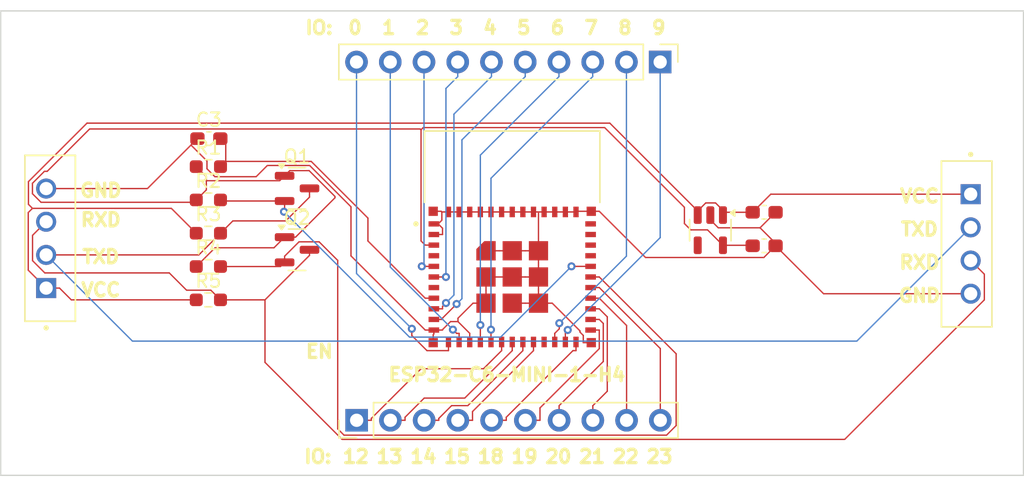
<source format=kicad_pcb>
(kicad_pcb (version 20240108) (generator "pcbnew") (generator_version "8.0")
  (layers (0 "F.Cu" signal) (31 "B.Cu" signal) (34 "B.Paste" user) (35 "F.Paste" user) (36 "B.SilkS" user "B.Silkscreen") (37 "F.SilkS" user "F.Silkscreen") (38 "B.Mask" user) (39 "F.Mask" user) (44 "Edge.Cuts" user))
  (net 0 "")
  (net 1 "3V3")
  (net 2 "Vcc")
  (net 4 "GND")
  (net 5 "Net-(J5-Pin_2)")
  (net 6 "Net-(J5-Pin_10)")
  (net 7 "Net-(J5-Pin_9)")
  (net 8 "Net-(J5-Pin_1)")
  (net 9 "Net-(J5-Pin_5)")
  (net 10 "Net-(J5-Pin_6)")
  (net 11 "Net-(J5-Pin_8)")
  (net 12 "Net-(J5-Pin_7)")
  (net 13 "Net-(J5-Pin_4)")
  (net 14 "Net-(J5-Pin_3)")
  (net 15 "Net-(J6-Pin_4)")
  (net 16 "Net-(J6-Pin_3)")
  (net 17 "Net-(J6-Pin_5)")
  (net 18 "Net-(J6-Pin_6)")
  (net 19 "Net-(J6-Pin_9)")
  (net 20 "Net-(J6-Pin_1)")
  (net 21 "Net-(J6-Pin_10)")
  (net 22 "Net-(J6-Pin_8)")
  (net 23 "Net-(J6-Pin_7)")
  (net 24 "Net-(J6-Pin_2)")
  (net 29 "H_TXD")
  (net 32 "H_RXD")
  (net 34 "L_TXD")
  (net 35 "L_RXD")
  (net 36 "Net-(U1-EN)")
  (footprint "Connector_PinHeader_2.54mm:PinHeader_1x10_P2.54mm_Vertical" (layer "F.Cu") (at 150.075 108.725 -90)
    (property "Reference" "J5" (hide yes))
    (property "Value" "Conn_01x10")
    (pad "1" thru_hole rect (at 0 0 270) (size 1.7 1.7) (drill 1) (layers "*.Cu" "*.Mask") (net 8 "Net-(J5-Pin_1)"))
    (pad "2" thru_hole oval (at 0 2.54 270) (size 1.7 1.7) (drill 1) (layers "*.Cu" "*.Mask") (net 5 "Net-(J5-Pin_2)"))
    (pad "3" thru_hole oval (at 0 5.08 270) (size 1.7 1.7) (drill 1) (layers "*.Cu" "*.Mask") (net 14 "Net-(J5-Pin_3)"))
    (pad "4" thru_hole oval (at 0 7.62 270) (size 1.7 1.7) (drill 1) (layers "*.Cu" "*.Mask") (net 13 "Net-(J5-Pin_4)"))
    (pad "5" thru_hole oval (at 0 10.16 270) (size 1.7 1.7) (drill 1) (layers "*.Cu" "*.Mask") (net 9 "Net-(J5-Pin_5)"))
    (pad "6" thru_hole oval (at 0 12.7 270) (size 1.7 1.7) (drill 1) (layers "*.Cu" "*.Mask") (net 10 "Net-(J5-Pin_6)"))
    (pad "7" thru_hole oval (at 0 15.24 270) (size 1.7 1.7) (drill 1) (layers "*.Cu" "*.Mask") (net 12 "Net-(J5-Pin_7)"))
    (pad "8" thru_hole oval (at 0 17.78 270) (size 1.7 1.7) (drill 1) (layers "*.Cu" "*.Mask") (net 11 "Net-(J5-Pin_8)"))
    (pad "9" thru_hole oval (at 0 20.32 270) (size 1.7 1.7) (drill 1) (layers "*.Cu" "*.Mask") (net 7 "Net-(J5-Pin_9)"))
    (pad "10" thru_hole oval (at 0 22.86 270) (size 1.7 1.7) (drill 1) (layers "*.Cu" "*.Mask") (net 6 "Net-(J5-Pin_10)"))
  )
  (footprint "Connector_PinHeader_2.54mm:PinHeader_1x10_P2.54mm_Vertical" (layer "F.Cu") (at 127.225 135.725 90)
    (property "Reference" "J6" (hide yes))
    (property "Value" "Conn_01x10")
    (pad "1" thru_hole rect (at 0 0 90) (size 1.7 1.7) (drill 1) (layers "*.Cu" "*.Mask") (net 20 "Net-(J6-Pin_1)"))
    (pad "2" thru_hole oval (at 0 2.54 90) (size 1.7 1.7) (drill 1) (layers "*.Cu" "*.Mask") (net 24 "Net-(J6-Pin_2)"))
    (pad "3" thru_hole oval (at 0 5.08 90) (size 1.7 1.7) (drill 1) (layers "*.Cu" "*.Mask") (net 16 "Net-(J6-Pin_3)"))
    (pad "4" thru_hole oval (at 0 7.62 90) (size 1.7 1.7) (drill 1) (layers "*.Cu" "*.Mask") (net 15 "Net-(J6-Pin_4)"))
    (pad "5" thru_hole oval (at 0 10.16 90) (size 1.7 1.7) (drill 1) (layers "*.Cu" "*.Mask") (net 17 "Net-(J6-Pin_5)"))
    (pad "6" thru_hole oval (at 0 12.7 90) (size 1.7 1.7) (drill 1) (layers "*.Cu" "*.Mask") (net 18 "Net-(J6-Pin_6)"))
    (pad "7" thru_hole oval (at 0 15.24 90) (size 1.7 1.7) (drill 1) (layers "*.Cu" "*.Mask") (net 23 "Net-(J6-Pin_7)"))
    (pad "8" thru_hole oval (at 0 17.78 90) (size 1.7 1.7) (drill 1) (layers "*.Cu" "*.Mask") (net 22 "Net-(J6-Pin_8)"))
    (pad "9" thru_hole oval (at 0 20.32 90) (size 1.7 1.7) (drill 1) (layers "*.Cu" "*.Mask") (net 19 "Net-(J6-Pin_9)"))
    (pad "10" thru_hole oval (at 0 22.86 90) (size 1.7 1.7) (drill 1) (layers "*.Cu" "*.Mask") (net 21 "Net-(J6-Pin_10)"))
  )
  (footprint "Resistor_SMD:R_0603_1608Metric_Pad0.98x0.95mm_HandSolder" (layer "F.Cu") (at 116.0625 119.12)
    (property "Reference" "R2" (at 0 -1.43 0) (layer "F.SilkS"))
    (property "Value" "10k")
    (pad "1" smd roundrect (at -0.9125 0) (size 0.975 0.95) (layers "F.Cu" "F.Paste" "F.Mask") (net 1 "3V3"))
    (pad "2" smd roundrect (at 0.9125 0) (size 0.975 0.95) (layers "F.Cu" "F.Paste" "F.Mask") (net 34 "L_TXD"))
  )
  (footprint "Capacitor_SMD:C_0603_1608Metric_Pad1.08x0.95mm_HandSolder" (layer "F.Cu") (at 157.9 122.575)
    (property "Reference" "C2" (hide yes))
    (property "Value" "1µF")
    (pad "1" smd roundrect (at -0.8625 0) (size 1.075 0.95) (layers "F.Cu" "F.Paste" "F.Mask") (net 1 "3V3"))
    (pad "2" smd roundrect (at 0.8625 0) (size 1.075 0.95) (layers "F.Cu" "F.Paste" "F.Mask") (net 4 "GND"))
  )
  (footprint "Resistor_SMD:R_0603_1608Metric_Pad0.98x0.95mm_HandSolder" (layer "F.Cu") (at 116.0625 121.63)
    (property "Reference" "R3" (at 0 -1.43 0) (layer "F.SilkS"))
    (property "Value" "10k")
    (pad "1" smd roundrect (at -0.9125 0) (size 0.975 0.95) (layers "F.Cu" "F.Paste" "F.Mask") (net 2 "Vcc"))
    (pad "2" smd roundrect (at 0.9125 0) (size 0.975 0.95) (layers "F.Cu" "F.Paste" "F.Mask") (net 29 "H_TXD"))
  )
  (footprint "Resistor_SMD:R_0603_1608Metric_Pad0.98x0.95mm_HandSolder" (layer "F.Cu") (at 116.0625 126.65)
    (property "Reference" "R5" (at 0 -1.43 0) (layer "F.SilkS"))
    (property "Value" "10k")
    (pad "1" smd roundrect (at -0.9125 0) (size 0.975 0.95) (layers "F.Cu" "F.Paste" "F.Mask") (net 2 "Vcc"))
    (pad "2" smd roundrect (at 0.9125 0) (size 0.975 0.95) (layers "F.Cu" "F.Paste" "F.Mask") (net 32 "H_RXD"))
  )
  (footprint "Capacitor_SMD:C_0603_1608Metric_Pad1.08x0.95mm_HandSolder" (layer "F.Cu") (at 157.9 120.05)
    (property "Reference" "C1" (hide yes))
    (property "Value" "1µF")
    (pad "1" smd roundrect (at -0.8625 0) (size 1.075 0.95) (layers "F.Cu" "F.Paste" "F.Mask") (net 2 "Vcc"))
    (pad "2" smd roundrect (at 0.8625 0) (size 1.075 0.95) (layers "F.Cu" "F.Paste" "F.Mask") (net 4 "GND"))
  )
  (footprint "Resistor_SMD:R_0603_1608Metric_Pad0.98x0.95mm_HandSolder" (layer "F.Cu") (at 116.0625 124.14)
    (property "Reference" "R4" (at 0 -1.43 0) (layer "F.SilkS"))
    (property "Value" "10k")
    (pad "1" smd roundrect (at -0.9125 0) (size 0.975 0.95) (layers "F.Cu" "F.Paste" "F.Mask") (net 1 "3V3"))
    (pad "2" smd roundrect (at 0.9125 0) (size 0.975 0.95) (layers "F.Cu" "F.Paste" "F.Mask") (net 35 "L_RXD"))
  )
  (footprint "Modular-Electronics-Toolkit-BP:XCVR_ESP32-C6-MINI-1-H4" (layer "F.Cu") (at 138.9375 124.925)
    (property "Reference" "U1" (hide yes))
    (property "Value" "ESP32-C6-MINI-1-H4")
    (pad "1" smd rect (at -5.9 -4) (size 0.8 0.4) (layers "F.Cu" "F.Paste" "F.Mask") (net 4 "GND"))
    (pad "2" smd rect (at -5.9 -3.2) (size 0.8 0.4) (layers "F.Cu" "F.Paste" "F.Mask") (net 4 "GND"))
    (pad "3" smd rect (at -5.9 -2.4) (size 0.8 0.4) (layers "F.Cu" "F.Paste" "F.Mask") (net 1 "3V3"))
    (pad "4" smd rect (at -5.9 -1.6) (size 0.8 0.4) (layers "F.Cu" "F.Paste" "F.Mask"))
    (pad "5" smd rect (at -5.9 -0.8) (size 0.8 0.4) (layers "F.Cu" "F.Paste" "F.Mask") (net 11 "Net-(J5-Pin_8)"))
    (pad "6" smd rect (at -5.9 0) (size 0.8 0.4) (layers "F.Cu" "F.Paste" "F.Mask") (net 12 "Net-(J5-Pin_7)"))
    (pad "7" smd rect (at -5.9 0.8) (size 0.8 0.4) (layers "F.Cu" "F.Paste" "F.Mask"))
    (pad "8" smd rect (at -5.9 1.6) (size 0.8 0.4) (layers "F.Cu" "F.Paste" "F.Mask") (net 36 "Net-(U1-EN)"))
    (pad "9" smd rect (at -5.9 2.4) (size 0.8 0.4) (layers "F.Cu" "F.Paste" "F.Mask") (net 10 "Net-(J5-Pin_6)"))
    (pad "10" smd rect (at -5.9 3.2) (size 0.8 0.4) (layers "F.Cu" "F.Paste" "F.Mask") (net 9 "Net-(J5-Pin_5)"))
    (pad "11" smd rect (at -5.9 4) (size 0.8 0.4) (layers "F.Cu" "F.Paste" "F.Mask") (net 4 "GND"))
    (pad "12" smd rect (at -4.8 4.9) (size 0.4 0.8) (layers "F.Cu" "F.Paste" "F.Mask") (net 6 "Net-(J5-Pin_10)"))
    (pad "13" smd rect (at -4 4.9) (size 0.4 0.8) (layers "F.Cu" "F.Paste" "F.Mask") (net 7 "Net-(J5-Pin_9)"))
    (pad "14" smd rect (at -3.2 4.9) (size 0.4 0.8) (layers "F.Cu" "F.Paste" "F.Mask") (net 4 "GND"))
    (pad "15" smd rect (at -2.4 4.9) (size 0.4 0.8) (layers "F.Cu" "F.Paste" "F.Mask") (net 13 "Net-(J5-Pin_4)"))
    (pad "16" smd rect (at -1.6 4.9) (size 0.4 0.8) (layers "F.Cu" "F.Paste" "F.Mask") (net 14 "Net-(J5-Pin_3)"))
    (pad "17" smd rect (at -0.8 4.9) (size 0.4 0.8) (layers "F.Cu" "F.Paste" "F.Mask") (net 20 "Net-(J6-Pin_1)"))
    (pad "18" smd rect (at 0 4.9) (size 0.4 0.8) (layers "F.Cu" "F.Paste" "F.Mask") (net 24 "Net-(J6-Pin_2)"))
    (pad "19" smd rect (at 0.8 4.9) (size 0.4 0.8) (layers "F.Cu" "F.Paste" "F.Mask") (net 16 "Net-(J6-Pin_3)"))
    (pad "20" smd rect (at 1.6 4.9) (size 0.4 0.8) (layers "F.Cu" "F.Paste" "F.Mask") (net 15 "Net-(J6-Pin_4)"))
    (pad "21" smd rect (at 2.4 4.9) (size 0.4 0.8) (layers "F.Cu" "F.Paste" "F.Mask"))
    (pad "22" smd rect (at 3.2 4.9) (size 0.4 0.8) (layers "F.Cu" "F.Paste" "F.Mask") (net 5 "Net-(J5-Pin_2)"))
    (pad "23" smd rect (at 4 4.9) (size 0.4 0.8) (layers "F.Cu" "F.Paste" "F.Mask") (net 8 "Net-(J5-Pin_1)"))
    (pad "24" smd rect (at 4.8 4.9) (size 0.4 0.8) (layers "F.Cu" "F.Paste" "F.Mask") (net 17 "Net-(J6-Pin_5)"))
    (pad "25" smd rect (at 5.9 4) (size 0.8 0.4) (layers "F.Cu" "F.Paste" "F.Mask") (net 18 "Net-(J6-Pin_6)"))
    (pad "26" smd rect (at 5.9 3.2) (size 0.8 0.4) (layers "F.Cu" "F.Paste" "F.Mask") (net 23 "Net-(J6-Pin_7)"))
    (pad "27" smd rect (at 5.9 2.4) (size 0.8 0.4) (layers "F.Cu" "F.Paste" "F.Mask") (net 22 "Net-(J6-Pin_8)"))
    (pad "28" smd rect (at 5.9 1.6) (size 0.8 0.4) (layers "F.Cu" "F.Paste" "F.Mask") (net 19 "Net-(J6-Pin_9)"))
    (pad "29" smd rect (at 5.9 0.8) (size 0.8 0.4) (layers "F.Cu" "F.Paste" "F.Mask") (net 21 "Net-(J6-Pin_10)"))
    (pad "30" smd rect (at 5.9 0) (size 0.8 0.4) (layers "F.Cu" "F.Paste" "F.Mask") (net 35 "L_RXD"))
    (pad "31" smd rect (at 5.9 -0.8) (size 0.8 0.4) (layers "F.Cu" "F.Paste" "F.Mask") (net 34 "L_TXD"))
    (pad "32" smd rect (at 5.9 -1.6) (size 0.8 0.4) (layers "F.Cu" "F.Paste" "F.Mask"))
    (pad "33" smd rect (at 5.9 -2.4) (size 0.8 0.4) (layers "F.Cu" "F.Paste" "F.Mask"))
    (pad "34" smd rect (at 5.9 -3.2) (size 0.8 0.4) (layers "F.Cu" "F.Paste" "F.Mask"))
    (pad "35" smd rect (at 5.9 -4) (size 0.8 0.4) (layers "F.Cu" "F.Paste" "F.Mask"))
    (pad "36" smd rect (at 4.8 -4.9) (size 0.4 0.8) (layers "F.Cu" "F.Paste" "F.Mask") (net 4 "GND"))
    (pad "37" smd rect (at 4 -4.9) (size 0.4 0.8) (layers "F.Cu" "F.Paste" "F.Mask") (net 4 "GND"))
    (pad "38" smd rect (at 3.2 -4.9) (size 0.4 0.8) (layers "F.Cu" "F.Paste" "F.Mask") (net 4 "GND"))
    (pad "39" smd rect (at 2.4 -4.9) (size 0.4 0.8) (layers "F.Cu" "F.Paste" "F.Mask") (net 4 "GND"))
    (pad "40" smd rect (at 1.6 -4.9) (size 0.4 0.8) (layers "F.Cu" "F.Paste" "F.Mask") (net 4 "GND"))
    (pad "41" smd rect (at 0.8 -4.9) (size 0.4 0.8) (layers "F.Cu" "F.Paste" "F.Mask") (net 4 "GND"))
    (pad "42" smd rect (at 0 -4.9) (size 0.4 0.8) (layers "F.Cu" "F.Paste" "F.Mask") (net 4 "GND"))
    (pad "43" smd rect (at -0.8 -4.9) (size 0.4 0.8) (layers "F.Cu" "F.Paste" "F.Mask") (net 4 "GND"))
    (pad "44" smd rect (at -1.6 -4.9) (size 0.4 0.8) (layers "F.Cu" "F.Paste" "F.Mask") (net 4 "GND"))
    (pad "45" smd rect (at -2.4 -4.9) (size 0.4 0.8) (layers "F.Cu" "F.Paste" "F.Mask") (net 4 "GND"))
    (pad "46" smd rect (at -3.2 -4.9) (size 0.4 0.8) (layers "F.Cu" "F.Paste" "F.Mask") (net 4 "GND"))
    (pad "47" smd rect (at -4 -4.9) (size 0.4 0.8) (layers "F.Cu" "F.Paste" "F.Mask") (net 4 "GND"))
    (pad "48" smd rect (at -4.8 -4.9) (size 0.4 0.8) (layers "F.Cu" "F.Paste" "F.Mask") (net 4 "GND"))
    (pad "49_1" smd custom (at -1.975 -1.975) (size 0.4 0.4) (layers "F.Cu") (net 4 "GND") (options (clearance outline) (anchor rect)) (primitives (gr_poly (pts (xy -0.725 0.725) (xy 0.725 0.725) (xy 0.725 -0.725) (xy -0.125 -0.725) (xy -0.725 -0.125)) (width 0.01) (fill yes))))
    (pad "49_2" smd rect (at 0 -1.975) (size 1.45 1.45) (layers "F.Cu" "F.Paste" "F.Mask") (net 4 "GND"))
    (pad "49_3" smd rect (at 1.975 -1.975) (size 1.45 1.45) (layers "F.Cu" "F.Paste" "F.Mask") (net 4 "GND"))
    (pad "49_4" smd rect (at -1.975 0) (size 1.45 1.45) (layers "F.Cu" "F.Paste" "F.Mask") (net 4 "GND"))
    (pad "49_5" smd rect (at 0 0) (size 1.45 1.45) (layers "F.Cu" "F.Paste" "F.Mask") (net 4 "GND"))
    (pad "49_6" smd rect (at 1.975 0) (size 1.45 1.45) (layers "F.Cu" "F.Paste" "F.Mask") (net 4 "GND"))
    (pad "49_7" smd rect (at -1.975 1.975) (size 1.45 1.45) (layers "F.Cu" "F.Paste" "F.Mask") (net 4 "GND"))
    (pad "49_8" smd rect (at 0 1.975) (size 1.45 1.45) (layers "F.Cu" "F.Paste" "F.Mask") (net 4 "GND"))
    (pad "49_9" smd rect (at 1.975 1.975) (size 1.45 1.45) (layers "F.Cu" "F.Paste" "F.Mask") (net 4 "GND"))
    (pad "50" smd rect (at 5.95 -4.95) (size 0.7 0.7) (layers "F.Cu" "F.Paste" "F.Mask") (net 4 "GND"))
    (pad "51" smd rect (at 5.95 4.95) (size 0.7 0.7) (layers "F.Cu" "F.Paste" "F.Mask") (net 4 "GND"))
    (pad "52" smd rect (at -5.95 4.95) (size 0.7 0.7) (layers "F.Cu" "F.Paste" "F.Mask") (net 4 "GND"))
    (pad "53" smd rect (at -5.95 -4.95) (size 0.7 0.7) (layers "F.Cu" "F.Paste" "F.Mask") (net 4 "GND"))
  )
  (footprint "Package_TO_SOT_SMD:SOT-23" (layer "F.Cu") (at 122.7375 122.875)
    (property "Reference" "Q2" (at 0 -2.4 0) (layer "F.SilkS"))
    (property "Value" "BSS138")
    (pad "1" smd roundrect (at -0.9375 -0.95) (size 1.475 0.6) (layers "F.Cu" "F.Paste" "F.Mask") (net 1 "3V3"))
    (pad "2" smd roundrect (at -0.9375 0.95) (size 1.475 0.6) (layers "F.Cu" "F.Paste" "F.Mask") (net 35 "L_RXD"))
    (pad "3" smd roundrect (at 0.9375 0) (size 1.475 0.6) (layers "F.Cu" "F.Paste" "F.Mask") (net 32 "H_RXD"))
  )
  (footprint "Capacitor_SMD:C_0603_1608Metric_Pad1.08x0.95mm_HandSolder" (layer "F.Cu") (at 116.1 114.5)
    (property "Reference" "C3" (at 0 -1.43 0) (layer "F.SilkS"))
    (property "Value" "1µ")
    (pad "1" smd roundrect (at -0.8625 0) (size 1.075 0.95) (layers "F.Cu" "F.Paste" "F.Mask") (net 4 "GND"))
    (pad "2" smd roundrect (at 0.8625 0) (size 1.075 0.95) (layers "F.Cu" "F.Paste" "F.Mask") (net 36 "Net-(U1-EN)"))
  )
  (footprint "Modular-Electronics-Toolkit-BP:JST_B4B-EH-A" (layer "F.Cu") (at 103.85 122.0125 90)
    (property "Reference" "J4" (hide yes))
    (property "Value" "B4B-EH-A")
    (pad "1" thru_hole rect (at -3.75 0 90) (size 1.508 1.508) (drill 1) (layers "*.Cu" "*.Mask") (net 2 "Vcc"))
    (pad "2" thru_hole circle (at -1.25 0 90) (size 1.508 1.508) (drill 1) (layers "*.Cu" "*.Mask") (net 29 "H_TXD"))
    (pad "3" thru_hole circle (at 1.25 0 90) (size 1.508 1.508) (drill 1) (layers "*.Cu" "*.Mask") (net 32 "H_RXD"))
    (pad "4" thru_hole circle (at 3.75 0 90) (size 1.508 1.508) (drill 1) (layers "*.Cu" "*.Mask") (net 4 "GND"))
  )
  (footprint "Package_TO_SOT_SMD:SOT-23-5" (layer "F.Cu") (at 153.85 121.4 -90)
    (property "Reference" "U2" (hide yes))
    (property "Value" "TLV70033_SOT23-5")
    (pad "1" smd roundrect (at -1.1375 -0.95 270) (size 1.325 0.6) (layers "F.Cu" "F.Paste" "F.Mask") (net 2 "Vcc"))
    (pad "2" smd roundrect (at -1.1375 0 270) (size 1.325 0.6) (layers "F.Cu" "F.Paste" "F.Mask") (net 4 "GND"))
    (pad "3" smd roundrect (at -1.1375 0.95 270) (size 1.325 0.6) (layers "F.Cu" "F.Paste" "F.Mask") (net 2 "Vcc"))
    (pad "4" smd roundrect (at 1.1375 0.95 270) (size 1.325 0.6) (layers "F.Cu" "F.Paste" "F.Mask"))
    (pad "5" smd roundrect (at 1.1375 -0.95 270) (size 1.325 0.6) (layers "F.Cu" "F.Paste" "F.Mask") (net 1 "3V3"))
  )
  (footprint "Modular-Electronics-Toolkit-BP:JST_B4B-EH-A" (layer "F.Cu") (at 173.45 122.4375 -90)
    (property "Reference" "J7" (hide yes))
    (property "Value" "B4B-EH-A")
    (pad "1" thru_hole rect (at -3.75 0 270) (size 1.508 1.508) (drill 1) (layers "*.Cu" "*.Mask") (net 2 "Vcc"))
    (pad "2" thru_hole circle (at -1.25 0 270) (size 1.508 1.508) (drill 1) (layers "*.Cu" "*.Mask") (net 29 "H_TXD"))
    (pad "3" thru_hole circle (at 1.25 0 270) (size 1.508 1.508) (drill 1) (layers "*.Cu" "*.Mask") (net 32 "H_RXD"))
    (pad "4" thru_hole circle (at 3.75 0 270) (size 1.508 1.508) (drill 1) (layers "*.Cu" "*.Mask") (net 4 "GND"))
  )
  (footprint "Resistor_SMD:R_0603_1608Metric_Pad0.98x0.95mm_HandSolder" (layer "F.Cu") (at 116.0625 116.61)
    (property "Reference" "R1" (at 0 -1.43 0) (layer "F.SilkS"))
    (property "Value" "10k")
    (pad "1" smd roundrect (at -0.9125 0) (size 0.975 0.95) (layers "F.Cu" "F.Paste" "F.Mask") (net 1 "3V3"))
    (pad "2" smd roundrect (at 0.9125 0) (size 0.975 0.95) (layers "F.Cu" "F.Paste" "F.Mask") (net 36 "Net-(U1-EN)"))
  )
  (footprint "Package_TO_SOT_SMD:SOT-23" (layer "F.Cu") (at 122.7375 118.25)
    (property "Reference" "Q1" (at 0 -2.4 0) (layer "F.SilkS"))
    (property "Value" "BSS138")
    (pad "1" smd roundrect (at -0.9375 -0.95) (size 1.475 0.6) (layers "F.Cu" "F.Paste" "F.Mask") (net 1 "3V3"))
    (pad "2" smd roundrect (at -0.9375 0.95) (size 1.475 0.6) (layers "F.Cu" "F.Paste" "F.Mask") (net 34 "L_TXD"))
    (pad "3" smd roundrect (at 0.9375 0) (size 1.475 0.6) (layers "F.Cu" "F.Paste" "F.Mask") (net 29 "H_TXD"))
  )
  (gr_rect (start 100.425 104.875) (end 177.425 139.875) (stroke (width 0.1)) (fill none) (layer "Edge.Cuts"))
  (gr_text "18" (at 136.21 139.05 0) (layer "F.SilkS") (effects (font (size 1 1) (thickness 0.25) (bold yes)) (justify left bottom)))
  (gr_text "8" (at 146.78381 106.725 0) (layer "F.SilkS") (effects (font (size 1 1) (thickness 0.25) (bold yes)) (justify left bottom)))
  (gr_text "19" (at 138.75 139.05 0) (layer "F.SilkS") (effects (font (size 1 1) (thickness 0.25) (bold yes)) (justify left bottom)))
  (gr_text "4" (at 136.62381 106.725 0) (layer "F.SilkS") (effects (font (size 1 1) (thickness 0.25) (bold yes)) (justify left bottom)))
  (gr_text "1" (at 129.00381 106.725 0) (layer "F.SilkS") (effects (font (size 1 1) (thickness 0.25) (bold yes)) (justify left bottom)))
  (gr_text "3" (at 134.08381 106.725 0) (layer "F.SilkS") (effects (font (size 1 1) (thickness 0.25) (bold yes)) (justify left bottom)))
  (gr_text "13" (at 128.59 139.05 0) (layer "F.SilkS") (effects (font (size 1 1) (thickness 0.25) (bold yes)) (justify left bottom)))
  (gr_text "12" (at 126.05 139.05 0) (layer "F.SilkS") (effects (font (size 1 1) (thickness 0.25) (bold yes)) (justify left bottom)))
  (gr_text "15" (at 133.67 139.05 0) (layer "F.SilkS") (effects (font (size 1 1) (thickness 0.25) (bold yes)) (justify left bottom)))
  (gr_text "2" (at 131.54381 106.725 0) (layer "F.SilkS") (effects (font (size 1 1) (thickness 0.25) (bold yes)) (justify left bottom)))
  (gr_text "ESP32-C6-MINI-1-H4" (at 129.494049 132.875 0) (layer "F.SilkS") (effects (font (size 1 1) (thickness 0.25) (bold yes)) (justify left bottom)))
  (gr_text "20" (at 141.29 139.05 0) (layer "F.SilkS") (effects (font (size 1 1) (thickness 0.25) (bold yes)) (justify left bottom)))
  (gr_text "21" (at 143.83 139.05 0) (layer "F.SilkS") (effects (font (size 1 1) (thickness 0.25) (bold yes)) (justify left bottom)))
  (gr_text "EN" (at 123.275 131.125 0) (layer "F.SilkS") (effects (font (size 1 1) (thickness 0.25) (bold yes)) (justify left bottom)))
  (gr_text "0" (at 126.46381 106.725 0) (layer "F.SilkS") (effects (font (size 1 1) (thickness 0.25) (bold yes)) (justify left bottom)))
  (gr_text "IO:" (at 123.242381 106.725 0) (layer "F.SilkS") (effects (font (size 1 1) (thickness 0.25) (bold yes)) (justify left bottom)))
  (gr_text "9" (at 149.32381 106.725 0) (layer "F.SilkS") (effects (font (size 1 1) (thickness 0.25) (bold yes)) (justify left bottom)))
  (gr_text "5" (at 139.16381 106.725 0) (layer "F.SilkS") (effects (font (size 1 1) (thickness 0.25) (bold yes)) (justify left bottom)))
  (gr_text "VCC" (at 168.003572 119.41375 0) (layer "F.SilkS") (effects (font (size 1 1) (thickness 0.25) (bold yes)) (justify left bottom)))
  (gr_text "IO:" (at 123.152381 139.05 0) (layer "F.SilkS") (effects (font (size 1 1) (thickness 0.25) (bold yes)) (justify left bottom)))
  (gr_text "RXD" (at 167.955953 124.41375 0) (layer "F.SilkS") (effects (font (size 1 1) (thickness 0.25) (bold yes)) (justify left bottom)))
  (gr_text "VCC" (at 106.372619 126.48875 0) (layer "F.SilkS") (effects (font (size 1 1) (thickness 0.25) (bold yes)) (justify left bottom)))
  (gr_text "GND" (at 167.908334 126.91375 0) (layer "F.SilkS") (effects (font (size 1 1) (thickness 0.25) (bold yes)) (justify left bottom)))
  (gr_text "TXD" (at 168.075 121.91375 0) (layer "F.SilkS") (effects (font (size 1 1) (thickness 0.25) (bold yes)) (justify left bottom)))
  (gr_text "GND" (at 106.277381 118.98875 0) (layer "F.SilkS") (effects (font (size 1 1) (thickness 0.25) (bold yes)) (justify left bottom)))
  (gr_text "RXD" (at 106.325 120.03625 0) (layer "F.SilkS") (effects (font (size 1 1) (thickness 0.25) (bold yes)) (justify left top)))
  (gr_text "23" (at 148.91 139.05 0) (layer "F.SilkS") (effects (font (size 1 1) (thickness 0.25) (bold yes)) (justify left bottom)))
  (gr_text "7" (at 144.24381 106.725 0) (layer "F.SilkS") (effects (font (size 1 1) (thickness 0.25) (bold yes)) (justify left bottom)))
  (gr_text "6" (at 141.70381 106.725 0) (layer "F.SilkS") (effects (font (size 1 1) (thickness 0.25) (bold yes)) (justify left bottom)))
  (gr_text "TXD" (at 106.444047 123.98875 0) (layer "F.SilkS") (effects (font (size 1 1) (thickness 0.25) (bold yes)) (justify left bottom)))
  (gr_text "22" (at 146.37 139.05 0) (layer "F.SilkS") (effects (font (size 1 1) (thickness 0.25) (bold yes)) (justify left bottom)))
  (gr_text "14" (at 131.13 139.05 0) (layer "F.SilkS") (effects (font (size 1 1) (thickness 0.25) (bold yes)) (justify left bottom)))
  (segment (start 125.5933 118.8586) (end 125.5933 118.9566) (width 0.1) (layer "F.Cu") (net 1))
  (segment (start 132.2381 113.6671) (end 132.0715 113.8337) (width 0.1) (layer "F.Cu") (net 1))
  (segment (start 115.9106 118.3594) (end 115.15 119.12) (width 0.1) (layer "F.Cu") (net 1))
  (segment (start 107.1215 113.7724) (end 103.9313 116.9626) (width 0.1) (layer "F.Cu") (net 1))
  (segment (start 103.9313 116.9626) (end 103.7193 116.9626) (width 0.1) (layer "F.Cu") (net 1))
  (segment (start 121.8 121.925) (end 121 122.725) (width 0.1) (layer "F.Cu") (net 1))
  (segment (start 121.4277 117.6723) (end 121.8 117.3) (width 0.1) (layer "F.Cu") (net 1))
  (segment (start 102.8187 118.6535) (end 103.4613 119.2961) (width 0.1) (layer "F.Cu") (net 1))
  (segment (start 157.0375 122.575) (end 157 122.5375) (width 0.1) (layer "F.Cu") (net 1))
  (segment (start 116.565 122.725) (end 115.15 124.14) (width 0.1) (layer "F.Cu") (net 1))
  (segment (start 121.8 117.3) (end 122.1883 116.9117) (width 0.1) (layer "F.Cu") (net 1))
  (segment (start 132.0102 113.7724) (end 107.1215 113.7724) (width 0.1) (layer "F.Cu") (net 1))
  (segment (start 145.8921 113.6671) (end 132.2381 113.6671) (width 0.1) (layer "F.Cu") (net 1))
  (segment (start 114.9739 119.2961) (end 115.15 119.12) (width 0.1) (layer "F.Cu") (net 1))
  (segment (start 133.0375 122.525) (end 132.3858 122.525) (width 0.1) (layer "F.Cu") (net 1))
  (segment (start 151.9 120.9) (end 151.9 119.675) (width 0.1) (layer "F.Cu") (net 1))
  (segment (start 152.375 121.375) (end 151.9 120.9) (width 0.1) (layer "F.Cu") (net 1))
  (segment (start 115.15 116.61) (end 115.9106 117.3706) (width 0.1) (layer "F.Cu") (net 1))
  (segment (start 115.9106 117.6723) (end 121.4277 117.6723) (width 0.1) (layer "F.Cu") (net 1))
  (segment (start 157 122.5375) (end 154.8 122.5375) (width 0.1) (layer "F.Cu") (net 1))
  (segment (start 122.1883 116.9117) (end 123.6464 116.9117) (width 0.1) (layer "F.Cu") (net 1))
  (segment (start 154.8 122.5375) (end 153.6375 121.375) (width 0.1) (layer "F.Cu") (net 1))
  (segment (start 132.0715 113.8337) (end 132.0715 122.2107) (width 0.1) (layer "F.Cu") (net 1))
  (segment (start 103.4613 119.2961) (end 114.9739 119.2961) (width 0.1) (layer "F.Cu") (net 1))
  (segment (start 132.0715 113.8337) (end 132.0102 113.7724) (width 0.1) (layer "F.Cu") (net 1))
  (segment (start 122.6249 121.925) (end 121.8 121.925) (width 0.1) (layer "F.Cu") (net 1))
  (segment (start 153.6375 121.375) (end 152.375 121.375) (width 0.1) (layer "F.Cu") (net 1))
  (segment (start 151.9 119.675) (end 145.8921 113.6671) (width 0.1) (layer "F.Cu") (net 1))
  (segment (start 115.9106 117.6723) (end 115.9106 118.3594) (width 0.1) (layer "F.Cu") (net 1))
  (segment (start 115.9106 117.3706) (end 115.9106 117.6723) (width 0.1) (layer "F.Cu") (net 1))
  (segment (start 132.0715 122.2107) (end 132.3858 122.525) (width 0.1) (layer "F.Cu") (net 1))
  (segment (start 121 122.725) (end 116.565 122.725) (width 0.1) (layer "F.Cu") (net 1))
  (segment (start 123.6464 116.9117) (end 125.5933 118.8586) (width 0.1) (layer "F.Cu") (net 1))
  (segment (start 103.7193 116.9626) (end 102.8187 117.8632) (width 0.1) (layer "F.Cu") (net 1))
  (segment (start 102.8187 117.8632) (end 102.8187 118.6535) (width 0.1) (layer "F.Cu") (net 1))
  (segment (start 125.5933 118.9566) (end 122.6249 121.925) (width 0.1) (layer "F.Cu") (net 1))
  (segment (start 104.8557 125.7625) (end 105.7432 126.65) (width 0.1) (layer "F.Cu") (net 2))
  (segment (start 113.2737 119.7537) (end 102.8187 119.7537) (width 0.1) (layer "F.Cu") (net 2))
  (segment (start 155.0125 120.05) (end 154.9799 120.0826) (width 0.1) (layer "F.Cu") (net 2))
  (segment (start 158.4 118.6875) (end 157.0375 120.05) (width 0.1) (layer "F.Cu") (net 2))
  (segment (start 153.5048 119.3442) (end 152.9 119.949) (width 0.1) (layer "F.Cu") (net 2))
  (segment (start 146.2825 113.3315) (end 106.9238 113.3315) (width 0.1) (layer "F.Cu") (net 2))
  (segment (start 157.0375 120.05) (end 155.0125 120.05) (width 0.1) (layer "F.Cu") (net 2))
  (segment (start 154.9799 120.0826) (end 154.2415 119.3442) (width 0.1) (layer "F.Cu") (net 2))
  (segment (start 106.9238 113.3315) (end 102.517 117.7383) (width 0.1) (layer "F.Cu") (net 2))
  (segment (start 105.7432 126.65) (end 115.15 126.65) (width 0.1) (layer "F.Cu") (net 2))
  (segment (start 102.5018 124.4143) (end 103.85 125.7625) (width 0.1) (layer "F.Cu") (net 2))
  (segment (start 173.45 118.6875) (end 158.4 118.6875) (width 0.1) (layer "F.Cu") (net 2))
  (segment (start 154.2415 119.3442) (end 153.5048 119.3442) (width 0.1) (layer "F.Cu") (net 2))
  (segment (start 102.5018 120.0706) (end 102.5018 124.4143) (width 0.1) (layer "F.Cu") (net 2))
  (segment (start 103.85 125.7625) (end 104.8557 125.7625) (width 0.1) (layer "F.Cu") (net 2))
  (segment (start 115.15 121.63) (end 113.2737 119.7537) (width 0.1) (layer "F.Cu") (net 2))
  (segment (start 152.9 120.2625) (end 152.9 119.949) (width 0.1) (layer "F.Cu") (net 2))
  (segment (start 102.517 119.452) (end 102.8187 119.7537) (width 0.1) (layer "F.Cu") (net 2))
  (segment (start 102.517 117.7383) (end 102.517 119.452) (width 0.1) (layer "F.Cu") (net 2))
  (segment (start 152.9 119.949) (end 146.2825 113.3315) (width 0.1) (layer "F.Cu") (net 2))
  (segment (start 154.8 120.2625) (end 154.9799 120.0826) (width 0.1) (layer "F.Cu") (net 2))
  (segment (start 102.8187 119.7537) (end 102.5018 120.0706) (width 0.1) (layer "F.Cu") (net 2))
  (segment (start 133.0375 121.725) (end 133.6892 121.725) (width 0.1) (layer "F.Cu") (net 4))
  (segment (start 133.6392 120.6492) (end 133.3634 120.925) (width 0.1) (layer "F.Cu") (net 4))
  (segment (start 157.5937 121.2188) (end 154.4476 121.2188) (width 0.1) (layer "F.Cu") (net 4))
  (segment (start 134.8524 128.2882) (end 134.292 128.2882) (width 0.1) (layer "F.Cu") (net 4))
  (segment (start 140.5375 120.025) (end 140.9125 120.025) (width 0.1) (layer "F.Cu") (net 4))
  (segment (start 138.9375 124.925) (end 136.9625 124.925) (width 0.1) (layer "F.Cu") (net 4))
  (segment (start 140.9125 120.025) (end 141.3375 120.025) (width 0.1) (layer "F.Cu") (net 4))
  (segment (start 136.5375 120.025) (end 137.3375 120.025) (width 0.1) (layer "F.Cu") (net 4))
  (segment (start 138.9375 122.95) (end 137.9608 122.95) (width 0.1) (layer "F.Cu") (net 4))
  (segment (start 138.1375 120.025) (end 138.9375 120.025) (width 0.1) (layer "F.Cu") (net 4))
  (segment (start 157.8794 123.4581) (end 158.7625 122.575) (width 0.1) (layer "F.Cu") (net 4))
  (segment (start 140.9125 122.95) (end 139.9142 122.95) (width 0.1) (layer "F.Cu") (net 4))
  (segment (start 158.7625 122.3876) (end 158.7625 122.575) (width 0.1) (layer "F.Cu") (net 4))
  (segment (start 142.9375 120.025) (end 143.7375 120.025) (width 0.1) (layer "F.Cu") (net 4))
  (segment (start 138.9375 120.025) (end 139.7375 120.025) (width 0.1) (layer "F.Cu") (net 4))
  (segment (start 162.375 126.1875) (end 158.7625 122.575) (width 0.1) (layer "F.Cu") (net 4))
  (segment (start 136.9625 124.925) (end 136.9625 125.9233) (width 0.1) (layer "F.Cu") (net 4))
  (segment (start 139.9142 126.9) (end 140.9125 126.9) (width 0.1) (layer "F.Cu") (net 4))
  (segment (start 153.85 120.6212) (end 153.85 120.2625) (width 0.1) (layer "F.Cu") (net 4))
  (segment (start 134.8524 128.0334) (end 134.8524 128.2882) (width 0.1) (layer "F.Cu") (net 4))
  (segment (start 140.9125 122.95) (end 140.9125 120.025) (width 0.1) (layer "F.Cu") (net 4))
  (segment (start 132.9875 129.875) (end 132.9875 129.2733) (width 0.1) (layer "F.Cu") (net 4))
  (segment (start 133.6392 120.025) (end 133.5892 119.975) (width 0.1) (layer "F.Cu") (net 4))
  (segment (start 133.6892 121.2508) (end 133.6892 121.725) (width 0.1) (layer "F.Cu") (net 4))
  (segment (start 133.2884 119.975) (end 133.5892 119.975) (width 0.1) (layer "F.Cu") (net 4))
  (segment (start 119.6555 117.3706) (end 120.5034 116.5227) (width 0.1) (layer "F.Cu") (net 4))
  (segment (start 139.7375 120.025) (end 140.5375 120.025) (width 0.1) (layer "F.Cu") (net 4))
  (segment (start 173.45 126.1875) (end 162.375 126.1875) (width 0.1) (layer "F.Cu") (net 4))
  (segment (start 115.9563 116.186) (end 115.9563 116.772) (width 0.1) (layer "F.Cu") (net 4))
  (segment (start 111.475 118.2625) (end 103.85 118.2625) (width 0.1) (layer "F.Cu") (net 4))
  (segment (start 148.9723 123.4581) (end 157.8794 123.4581) (width 0.1) (layer "F.Cu") (net 4))
  (segment (start 133.0375 129.2233) (end 133.0375 128.925) (width 0.1) (layer "F.Cu") (net 4))
  (segment (start 136.9625 126.9) (end 136.9625 125.9233) (width 0.1) (layer "F.Cu") (net 4))
  (segment (start 115.9563 116.772) (end 116.5549 117.3706) (width 0.1) (layer "F.Cu") (net 4))
  (segment (start 123.684 116.5227) (end 126.7978 119.6365) (width 0.1) (layer "F.Cu") (net 4))
  (segment (start 137.3375 120.025) (end 138.1375 120.025) (width 0.1) (layer "F.Cu") (net 4))
  (segment (start 114.7539 114.9836) (end 111.475 118.2625) (width 0.1) (layer "F.Cu") (net 4))
  (segment (start 140.9125 125.1691) (end 140.9125 124.925) (width 0.1) (layer "F.Cu") (net 4))
  (segment (start 120.5034 116.5227) (end 123.684 116.5227) (width 0.1) (layer "F.Cu") (net 4))
  (segment (start 133.0375 128.925) (end 132.3858 128.925) (width 0.1) (layer "F.Cu") (net 4))
  (segment (start 135.9858 126.9) (end 134.8524 128.0334) (width 0.1) (layer "F.Cu") (net 4))
  (segment (start 144.8875 119.975) (end 145.4892 119.975) (width 0.1) (layer "F.Cu") (net 4))
  (segment (start 144.0375 128.9899) (end 141.9476 126.9) (width 0.1) (layer "F.Cu") (net 4))
  (segment (start 135.7375 120.025) (end 136.5375 120.025) (width 0.1) (layer "F.Cu") (net 4))
  (segment (start 114.7539 114.9836) (end 115.9563 116.186) (width 0.1) (layer "F.Cu") (net 4))
  (segment (start 140.9125 124.925) (end 139.9142 124.925) (width 0.1) (layer "F.Cu") (net 4))
  (segment (start 134.9375 120.025) (end 135.7375 120.025) (width 0.1) (layer "F.Cu") (net 4))
  (segment (start 126.7978 119.6365) (end 126.7978 123.337) (width 0.1) (layer "F.Cu") (net 4))
  (segment (start 138.9375 124.925) (end 139.9142 124.925) (width 0.1) (layer "F.Cu") (net 4))
  (segment (start 136.9625 126.9) (end 135.9858 126.9) (width 0.1) (layer "F.Cu") (net 4))
  (segment (start 134.292 128.2882) (end 133.6892 128.891) (width 0.1) (layer "F.Cu") (net 4))
  (segment (start 140.9125 124.925) (end 140.9125 122.95) (width 0.1) (layer "F.Cu") (net 4))
  (segment (start 157.5937 121.2188) (end 158.7625 122.3876) (width 0.1) (layer "F.Cu") (net 4))
  (segment (start 141.3375 120.025) (end 142.1375 120.025) (width 0.1) (layer "F.Cu") (net 4))
  (segment (start 154.4476 121.2188) (end 153.85 120.6212) (width 0.1) (layer "F.Cu") (net 4))
  (segment (start 133.0375 128.925) (end 133.6892 128.925) (width 0.1) (layer "F.Cu") (net 4))
  (segment (start 126.7978 123.337) (end 132.3858 128.925) (width 0.1) (layer "F.Cu") (net 4))
  (segment (start 144.8875 129.875) (end 144.2858 129.875) (width 0.1) (layer "F.Cu") (net 4))
  (segment (start 142.1375 120.025) (end 142.9375 120.025) (width 0.1) (layer "F.Cu") (net 4))
  (segment (start 135.7375 129.1733) (end 134.8524 128.2882) (width 0.1) (layer "F.Cu") (net 4))
  (segment (start 140.9125 126.9) (end 140.9125 125.9017) (width 0.1) (layer "F.Cu") (net 4))
  (segment (start 138.9375 122.95) (end 139.9142 122.95) (width 0.1) (layer "F.Cu") (net 4))
  (segment (start 133.6892 128.891) (end 133.6892 128.925) (width 0.1) (layer "F.Cu") (net 4))
  (segment (start 132.9875 129.2733) (end 133.0375 129.2233) (width 0.1) (layer "F.Cu") (net 4))
  (segment (start 116.5549 117.3706) (end 119.6555 117.3706) (width 0.1) (layer "F.Cu") (net 4))
  (segment (start 143.7375 120.025) (end 143.7875 119.975) (width 0.1) (layer "F.Cu") (net 4))
  (segment (start 145.4892 119.975) (end 148.9723 123.4581) (width 0.1) (layer "F.Cu") (net 4))
  (segment (start 133.6392 120.025) (end 133.6392 120.6492) (width 0.1) (layer "F.Cu") (net 4))
  (segment (start 144.0375 129.081) (end 144.0375 128.9899) (width 0.1) (layer "F.Cu") (net 4))
  (segment (start 141.9476 126.9) (end 140.9125 126.9) (width 0.1) (layer "F.Cu") (net 4))
  (segment (start 143.7875 119.975) (end 144.8875 119.975) (width 0.1) (layer "F.Cu") (net 4))
  (segment (start 140.9125 125.1691) (end 140.9125 125.9017) (width 0.1) (layer "F.Cu") (net 4))
  (segment (start 133.0375 120.925) (end 133.3634 120.925) (width 0.1) (layer "F.Cu") (net 4))
  (segment (start 138.9375 126.9) (end 139.9142 126.9) (width 0.1) (layer "F.Cu") (net 4))
  (segment (start 133.2884 119.975) (end 132.9875 119.975) (width 0.1) (layer "F.Cu") (net 4))
  (segment (start 135.7375 129.825) (end 135.7375 129.1733) (width 0.1) (layer "F.Cu") (net 4))
  (segment (start 157.5937 121.2188) (end 158.7625 120.05) (width 0.1) (layer "F.Cu") (net 4))
  (segment (start 115.2375 114.5) (end 114.7539 114.9836) (width 0.1) (layer "F.Cu") (net 4))
  (segment (start 134.1375 120.025) (end 133.6392 120.025) (width 0.1) (layer "F.Cu") (net 4))
  (segment (start 133.3634 120.925) (end 133.6892 121.2508) (width 0.1) (layer "F.Cu") (net 4))
  (segment (start 144.2858 129.875) (end 144.2858 129.3293) (width 0.1) (layer "F.Cu") (net 4))
  (segment (start 136.9625 122.95) (end 137.9608 122.95) (width 0.1) (layer "F.Cu") (net 4))
  (segment (start 144.2858 129.3293) (end 144.0375 129.081) (width 0.1) (layer "F.Cu") (net 4))
  (segment (start 134.9375 120.025) (end 134.1375 120.025) (width 0.1) (layer "F.Cu") (net 4))
  (segment (start 142.1375 129.825) (end 142.1375 129.1733) (width 0.1) (layer "F.Cu") (net 5))
  (segment (start 142.1375 129.1733) (end 142.4804 128.8304) (width 0.1) (layer "F.Cu") (net 5))
  (segment (start 142.4804 128.8304) (end 142.4804 128.408) (width 0.1) (layer "F.Cu") (net 5))
  (via (at 142.4804 128.408) (size 0.6) (drill 0.3) (layers "F.Cu" "B.Cu") (net 5))
  (segment (start 147.535 123.3534) (end 142.4804 128.408) (width 0.1) (layer "B.Cu") (net 5))
  (segment (start 147.535 108.725) (end 147.535 123.3534) (width 0.1) (layer "B.Cu") (net 5))
  (segment (start 132.5187 130.4767) (end 131.3789 129.3369) (width 0.1) (layer "F.Cu") (net 6))
  (segment (start 134.1375 129.825) (end 134.1375 130.4767) (width 0.1) (layer "F.Cu") (net 6))
  (segment (start 131.3789 129.3369) (end 131.3789 128.83) (width 0.1) (layer "F.Cu") (net 6))
  (segment (start 134.1375 130.4767) (end 132.5187 130.4767) (width 0.1) (layer "F.Cu") (net 6))
  (via (at 131.3789 128.83) (size 0.6) (drill 0.3) (layers "F.Cu" "B.Cu") (net 6))
  (segment (start 127.215 109.8267) (end 127.215 124.6661) (width 0.1) (layer "B.Cu") (net 6))
  (segment (start 127.215 124.6661) (end 131.3789 128.83) (width 0.1) (layer "B.Cu") (net 6))
  (segment (start 127.215 108.725) (end 127.215 109.8267) (width 0.1) (layer "B.Cu") (net 6))
  (segment (start 134.9375 129.1733) (end 134.7498 129.1733) (width 0.1) (layer "F.Cu") (net 7))
  (segment (start 134.9375 129.825) (end 134.9375 129.1733) (width 0.1) (layer "F.Cu") (net 7))
  (segment (start 134.7498 129.1733) (end 134.4684 128.8919) (width 0.1) (layer "F.Cu") (net 7))
  (via (at 134.4684 128.8919) (size 0.6) (drill 0.3) (layers "F.Cu" "B.Cu") (net 7))
  (segment (start 129.755 108.725) (end 129.755 109.8267) (width 0.1) (layer "B.Cu") (net 7))
  (segment (start 129.755 124.1785) (end 134.4684 128.8919) (width 0.1) (layer "B.Cu") (net 7))
  (segment (start 129.755 109.8267) (end 129.755 124.1785) (width 0.1) (layer "B.Cu") (net 7))
  (segment (start 142.9375 129.825) (end 142.9375 129.1733) (width 0.1) (layer "F.Cu") (net 8))
  (segment (start 142.9375 129.1733) (end 143.1157 128.9951) (width 0.1) (layer "F.Cu") (net 8))
  (segment (start 143.1157 128.9951) (end 143.1157 128.9193) (width 0.1) (layer "F.Cu") (net 8))
  (via (at 143.1157 128.9193) (size 0.6) (drill 0.3) (layers "F.Cu" "B.Cu") (net 8))
  (segment (start 150.075 121.96) (end 150.075 108.725) (width 0.1) (layer "B.Cu") (net 8))
  (segment (start 143.1157 128.9193) (end 150.075 121.96) (width 0.1) (layer "B.Cu") (net 8))
  (segment (start 133.0375 128.125) (end 133.6892 128.125) (width 0.1) (layer "F.Cu") (net 9))
  (segment (start 133.6892 128.125) (end 133.6892 128.0225) (width 0.1) (layer "F.Cu") (net 9))
  (segment (start 133.6892 128.0225) (end 134.7504 126.9613) (width 0.1) (layer "F.Cu") (net 9))
  (via (at 134.7504 126.9613) (size 0.6) (drill 0.3) (layers "F.Cu" "B.Cu") (net 9))
  (segment (start 135.1513 114.5904) (end 135.1513 126.5604) (width 0.1) (layer "B.Cu") (net 9))
  (segment (start 139.915 108.725) (end 139.915 109.8267) (width 0.1) (layer "B.Cu") (net 9))
  (segment (start 135.1513 126.5604) (end 134.7504 126.9613) (width 0.1) (layer "B.Cu") (net 9))
  (segment (start 139.915 109.8267) (end 135.1513 114.5904) (width 0.1) (layer "B.Cu") (net 9))
  (segment (start 133.6892 127.1468) (end 133.9485 126.8875) (width 0.1) (layer "F.Cu") (net 10))
  (segment (start 133.6892 127.325) (end 133.6892 127.1468) (width 0.1) (layer "F.Cu") (net 10))
  (segment (start 133.0375 127.325) (end 133.6892 127.325) (width 0.1) (layer "F.Cu") (net 10))
  (via (at 133.9485 126.8875) (size 0.6) (drill 0.3) (layers "F.Cu" "B.Cu") (net 10))
  (segment (start 134.549 112.6527) (end 134.549 126.287) (width 0.1) (layer "B.Cu") (net 10))
  (segment (start 137.375 109.8267) (end 134.549 112.6527) (width 0.1) (layer "B.Cu") (net 10))
  (segment (start 134.549 126.287) (end 133.9485 126.8875) (width 0.1) (layer "B.Cu") (net 10))
  (segment (start 137.375 108.725) (end 137.375 109.8267) (width 0.1) (layer "B.Cu") (net 10))
  (segment (start 133.0375 124.125) (end 132.3858 124.125) (width 0.1) (layer "F.Cu") (net 11))
  (segment (start 132.3858 124.125) (end 132.1288 124.125) (width 0.1) (layer "F.Cu") (net 11))
  (via (at 132.1288 124.125) (size 0.6) (drill 0.3) (layers "F.Cu" "B.Cu") (net 11))
  (segment (start 132.295 108.725) (end 132.295 109.8267) (width 0.1) (layer "B.Cu") (net 11))
  (segment (start 132.295 123.9588) (end 132.1288 124.125) (width 0.1) (layer "B.Cu") (net 11))
  (segment (start 132.295 109.8267) (end 132.295 123.9588) (width 0.1) (layer "B.Cu") (net 11))
  (segment (start 133.6892 124.925) (end 133.9467 124.925) (width 0.1) (layer "F.Cu") (net 12))
  (segment (start 133.0375 124.925) (end 133.6892 124.925) (width 0.1) (layer "F.Cu") (net 12))
  (via (at 133.9467 124.925) (size 0.6) (drill 0.3) (layers "F.Cu" "B.Cu") (net 12))
  (segment (start 133.9467 110.715) (end 133.9467 124.925) (width 0.1) (layer "B.Cu") (net 12))
  (segment (start 134.835 108.725) (end 134.835 109.8267) (width 0.1) (layer "B.Cu") (net 12))
  (segment (start 134.835 109.8267) (end 133.9467 110.715) (width 0.1) (layer "B.Cu") (net 12))
  (segment (start 136.5375 129.825) (end 136.5375 128.5486) (width 0.1) (layer "F.Cu") (net 13))
  (via (at 136.5375 128.5486) (size 0.6) (drill 0.3) (layers "F.Cu" "B.Cu") (net 13))
  (segment (start 142.455 109.8267) (end 136.5375 115.7442) (width 0.1) (layer "B.Cu") (net 13))
  (segment (start 136.5375 115.7442) (end 136.5375 128.5486) (width 0.1) (layer "B.Cu") (net 13))
  (segment (start 142.455 108.725) (end 142.455 109.8267) (width 0.1) (layer "B.Cu") (net 13))
  (segment (start 137.3375 129.825) (end 137.3375 128.8986) (width 0.1) (layer "F.Cu") (net 14))
  (via (at 137.3375 128.8986) (size 0.6) (drill 0.3) (layers "F.Cu" "B.Cu") (net 14))
  (segment (start 137.3375 117.4842) (end 137.3375 128.8986) (width 0.1) (layer "B.Cu") (net 14))
  (segment (start 144.995 109.8267) (end 137.3375 117.4842) (width 0.1) (layer "B.Cu") (net 14))
  (segment (start 144.995 108.725) (end 144.995 109.8267) (width 0.1) (layer "B.Cu") (net 14))
  (segment (start 140.5375 130.4767) (end 135.9467 135.0675) (width 0.1) (layer "F.Cu") (net 15))
  (segment (start 135.9467 135.0675) (end 135.9467 135.725) (width 0.1) (layer "F.Cu") (net 15))
  (segment (start 134.845 135.725) (end 135.9467 135.725) (width 0.1) (layer "F.Cu") (net 15))
  (segment (start 140.5375 129.825) (end 140.5375 130.4767) (width 0.1) (layer "F.Cu") (net 15))
  (segment (start 133.4067 135.5872) (end 133.4067 135.725) (width 0.1) (layer "F.Cu") (net 16))
  (segment (start 132.305 135.725) (end 133.4067 135.725) (width 0.1) (layer "F.Cu") (net 16))
  (segment (start 134.3751 134.6188) (end 133.4067 135.5872) (width 0.1) (layer "F.Cu") (net 16))
  (segment (start 139.7375 129.825) (end 139.7375 130.4767) (width 0.1) (layer "F.Cu") (net 16))
  (segment (start 135.5954 134.6188) (end 134.3751 134.6188) (width 0.1) (layer "F.Cu") (net 16))
  (segment (start 139.7375 130.4767) (end 135.5954 134.6188) (width 0.1) (layer "F.Cu") (net 16))
  (segment (start 143.5067 130.4767) (end 138.4867 135.4967) (width 0.1) (layer "F.Cu") (net 17))
  (segment (start 143.7375 130.4767) (end 143.5067 130.4767) (width 0.1) (layer "F.Cu") (net 17))
  (segment (start 143.7375 129.825) (end 143.7375 130.4767) (width 0.1) (layer "F.Cu") (net 17))
  (segment (start 137.385 135.725) (end 138.4867 135.725) (width 0.1) (layer "F.Cu") (net 17))
  (segment (start 138.4867 135.4967) (end 138.4867 135.725) (width 0.1) (layer "F.Cu") (net 17))
  (segment (start 144.8375 128.925) (end 145.4892 128.925) (width 0.1) (layer "F.Cu") (net 18))
  (segment (start 145.4892 130.3293) (end 141.0267 134.7918) (width 0.1) (layer "F.Cu") (net 18))
  (segment (start 139.925 135.725) (end 141.0267 135.725) (width 0.1) (layer "F.Cu") (net 18))
  (segment (start 145.4892 128.925) (end 145.4892 130.3293) (width 0.1) (layer "F.Cu") (net 18))
  (segment (start 141.0267 134.7918) (end 141.0267 135.725) (width 0.1) (layer "F.Cu") (net 18))
  (segment (start 144.8375 126.525) (end 145.4892 126.525) (width 0.1) (layer "F.Cu") (net 19))
  (segment (start 147.545 128.5808) (end 145.4892 126.525) (width 0.1) (layer "F.Cu") (net 19))
  (segment (start 147.545 134.6233) (end 147.545 128.5808) (width 0.1) (layer "F.Cu") (net 19))
  (segment (start 147.545 135.725) (end 147.545 134.6233) (width 0.1) (layer "F.Cu") (net 19))
  (segment (start 127.225 135.725) (end 128.3267 135.725) (width 0.1) (layer "F.Cu") (net 20))
  (segment (start 138.1375 129.825) (end 138.1375 130.4767) (width 0.1) (layer "F.Cu") (net 20))
  (segment (start 128.3267 135.5873) (end 128.3267 135.725) (width 0.1) (layer "F.Cu") (net 20))
  (segment (start 132.0762 131.8378) (end 128.3267 135.5873) (width 0.1) (layer "F.Cu") (net 20))
  (segment (start 136.7764 131.8378) (end 132.0762 131.8378) (width 0.1) (layer "F.Cu") (net 20))
  (segment (start 138.1375 130.4767) (end 136.7764 131.8378) (width 0.1) (layer "F.Cu") (net 20))
  (segment (start 150.085 135.725) (end 150.085 134.6233) (width 0.1) (layer "F.Cu") (net 21))
  (segment (start 144.8375 125.725) (end 145.4892 125.725) (width 0.1) (layer "F.Cu") (net 21))
  (segment (start 145.4892 125.725) (end 150.085 130.3208) (width 0.1) (layer "F.Cu") (net 21))
  (segment (start 150.085 130.3208) (end 150.085 134.6233) (width 0.1) (layer "F.Cu") (net 21))
  (segment (start 146.0926 127.9284) (end 145.4892 127.325) (width 0.1) (layer "F.Cu") (net 22))
  (segment (start 144.8375 127.325) (end 145.4892 127.325) (width 0.1) (layer "F.Cu") (net 22))
  (segment (start 146.0926 133.5357) (end 146.0926 127.9284) (width 0.1) (layer "F.Cu") (net 22))
  (segment (start 145.005 134.6233) (end 146.0926 133.5357) (width 0.1) (layer "F.Cu") (net 22))
  (segment (start 145.005 135.725) (end 145.005 134.6233) (width 0.1) (layer "F.Cu") (net 22))
  (segment (start 145.7909 128.4267) (end 145.7909 131.2974) (width 0.1) (layer "F.Cu") (net 23))
  (segment (start 142.465 135.725) (end 142.465 134.6233) (width 0.1) (layer "F.Cu") (net 23))
  (segment (start 145.4892 128.125) (end 145.7909 128.4267) (width 0.1) (layer "F.Cu") (net 23))
  (segment (start 145.7909 131.2974) (end 142.465 134.6233) (width 0.1) (layer "F.Cu") (net 23))
  (segment (start 144.8375 128.125) (end 145.4892 128.125) (width 0.1) (layer "F.Cu") (net 23))
  (segment (start 138.9375 129.825) (end 138.9375 130.4767) (width 0.1) (layer "F.Cu") (net 24))
  (segment (start 129.765 135.725) (end 130.8667 135.725) (width 0.1) (layer "F.Cu") (net 24))
  (segment (start 135.3629 134.0513) (end 132.3121 134.0513) (width 0.1) (layer "F.Cu") (net 24))
  (segment (start 132.3121 134.0513) (end 130.8667 135.4967) (width 0.1) (layer "F.Cu") (net 24))
  (segment (start 130.8667 135.4967) (end 130.8667 135.725) (width 0.1) (layer "F.Cu") (net 24))
  (segment (start 138.9375 130.4767) (end 135.3629 134.0513) (width 0.1) (layer "F.Cu") (net 24))
  (segment (start 115.3425 123.2625) (end 116.975 121.63) (width 0.1) (layer "F.Cu") (net 29))
  (segment (start 103.85 123.2625) (end 115.3425 123.2625) (width 0.1) (layer "F.Cu") (net 29))
  (segment (start 123.675 118.9082) (end 121.8839 120.6993) (width 0.1) (layer "F.Cu") (net 29))
  (segment (start 117.9057 120.6993) (end 116.975 121.63) (width 0.1) (layer "F.Cu") (net 29))
  (segment (start 123.675 118.25) (end 123.675 118.9082) (width 0.1) (layer "F.Cu") (net 29))
  (segment (start 121.8839 120.6993) (end 117.9057 120.6993) (width 0.1) (layer "F.Cu") (net 29))
  (segment (start 103.85 123.2625) (end 110.347 129.7595) (width 0.1) (layer "B.Cu") (net 29))
  (segment (start 110.347 129.7595) (end 164.878 129.7595) (width 0.1) (layer "B.Cu") (net 29))
  (segment (start 164.878 129.7595) (end 173.45 121.1875) (width 0.1) (layer "B.Cu") (net 29))
  (segment (start 102.8247 123.6951) (end 102.8247 121.7878) (width 0.1) (layer "F.Cu") (net 32))
  (segment (start 103.7483 124.6187) (end 102.8247 123.6951) (width 0.1) (layer "F.Cu") (net 32))
  (segment (start 120.3243 131.3611) (end 126.1293 137.1661) (width 0.1) (layer "F.Cu") (net 32))
  (segment (start 120.3243 126.65) (end 120.3243 131.3611) (width 0.1) (layer "F.Cu") (net 32))
  (segment (start 102.8247 121.7878) (end 103.85 120.7625) (width 0.1) (layer "F.Cu") (net 32))
  (segment (start 114.421 125.9209) (end 113.1188 124.6187) (width 0.1) (layer "F.Cu") (net 32))
  (segment (start 120.3243 126.65) (end 123.675 123.2993) (width 0.1) (layer "F.Cu") (net 32))
  (segment (start 123.675 123.2993) (end 123.675 122.875) (width 0.1) (layer "F.Cu") (net 32))
  (segment (start 116.2459 125.9209) (end 114.421 125.9209) (width 0.1) (layer "F.Cu") (net 32))
  (segment (start 174.4792 124.7167) (end 173.45 123.6875) (width 0.1) (layer "F.Cu") (net 32))
  (segment (start 116.975 126.65) (end 116.2459 125.9209) (width 0.1) (layer "F.Cu") (net 32))
  (segment (start 126.1293 137.1661) (end 163.9627 137.1661) (width 0.1) (layer "F.Cu") (net 32))
  (segment (start 163.9627 137.1661) (end 174.4792 126.6496) (width 0.1) (layer "F.Cu") (net 32))
  (segment (start 174.4792 126.6496) (end 174.4792 124.7167) (width 0.1) (layer "F.Cu") (net 32))
  (segment (start 113.1188 124.6187) (end 103.7483 124.6187) (width 0.1) (layer "F.Cu") (net 32))
  (segment (start 116.975 126.65) (end 120.3243 126.65) (width 0.1) (layer "F.Cu") (net 32))
  (segment (start 121.7531 120.007) (end 121.8 119.9601) (width 0.1) (layer "F.Cu") (net 34))
  (segment (start 121.8 119.9601) (end 121.8 119.2) (width 0.1) (layer "F.Cu") (net 34))
  (segment (start 117.055 119.2) (end 116.975 119.12) (width 0.1) (layer "F.Cu") (net 34))
  (segment (start 144.8375 124.125) (end 143.397 124.125) (width 0.1) (layer "F.Cu") (net 34))
  (segment (start 121.8 119.2) (end 117.055 119.2) (width 0.1) (layer "F.Cu") (net 34))
  (via (at 143.397 124.125) (size 0.6) (drill 0.3) (layers "F.Cu" "B.Cu") (net 34))
  (via (at 121.7531 120.007) (size 0.6) (drill 0.3) (layers "F.Cu" "B.Cu") (net 34))
  (segment (start 131.2036 129.4575) (end 138.0645 129.4575) (width 0.1) (layer "B.Cu") (net 34))
  (segment (start 121.7531 120.007) (end 131.2036 129.4575) (width 0.1) (layer "B.Cu") (net 34))
  (segment (start 138.0645 129.4575) (end 143.397 124.125) (width 0.1) (layer "B.Cu") (net 34))
  (segment (start 125.7983 123.6755) (end 124.3975 122.2747) (width 0.1) (layer "F.Cu") (net 35))
  (segment (start 126.2714 136.8446) (end 125.7983 136.3715) (width 0.1) (layer "F.Cu") (net 35))
  (segment (start 125.7983 136.3715) (end 125.7983 123.6755) (width 0.1) (layer "F.Cu") (net 35))
  (segment (start 121.8 123.825) (end 121.485 124.14) (width 0.1) (layer "F.Cu") (net 35))
  (segment (start 122.8878 122.2747) (end 121.8 123.3625) (width 0.1) (layer "F.Cu") (net 35))
  (segment (start 145.4892 124.925) (end 151.2757 130.7115) (width 0.1) (layer "F.Cu") (net 35))
  (segment (start 124.3975 122.2747) (end 122.8878 122.2747) (width 0.1) (layer "F.Cu") (net 35))
  (segment (start 121.485 124.14) (end 116.975 124.14) (width 0.1) (layer "F.Cu") (net 35))
  (segment (start 151.2757 130.7115) (end 151.2757 136.1245) (width 0.1) (layer "F.Cu") (net 35))
  (segment (start 144.8375 124.925) (end 145.4892 124.925) (width 0.1) (layer "F.Cu") (net 35))
  (segment (start 121.8 123.3625) (end 121.8 123.825) (width 0.1) (layer "F.Cu") (net 35))
  (segment (start 150.5556 136.8446) (end 126.2714 136.8446) (width 0.1) (layer "F.Cu") (net 35))
  (segment (start 151.2757 136.1245) (end 150.5556 136.8446) (width 0.1) (layer "F.Cu") (net 35))
  (segment (start 128.0739 120.486) (end 123.8027 116.2148) (width 0.1) (layer "F.Cu") (net 36))
  (segment (start 123.8027 116.2148) (end 117.3702 116.2148) (width 0.1) (layer "F.Cu") (net 36))
  (segment (start 128.0739 122.2131) (end 128.0739 120.486) (width 0.1) (layer "F.Cu") (net 36))
  (segment (start 117.3702 116.2148) (end 116.975 116.61) (width 0.1) (layer "F.Cu") (net 36))
  (segment (start 132.3858 126.525) (end 128.0739 122.2131) (width 0.1) (layer "F.Cu") (net 36))
  (segment (start 117.3702 114.9077) (end 117.3702 116.2148) (width 0.1) (layer "F.Cu") (net 36))
  (segment (start 133.0375 126.525) (end 132.3858 126.525) (width 0.1) (layer "F.Cu") (net 36))
  (segment (start 116.9625 114.5) (end 117.3702 114.9077) (width 0.1) (layer "F.Cu") (net 36))
)
</source>
